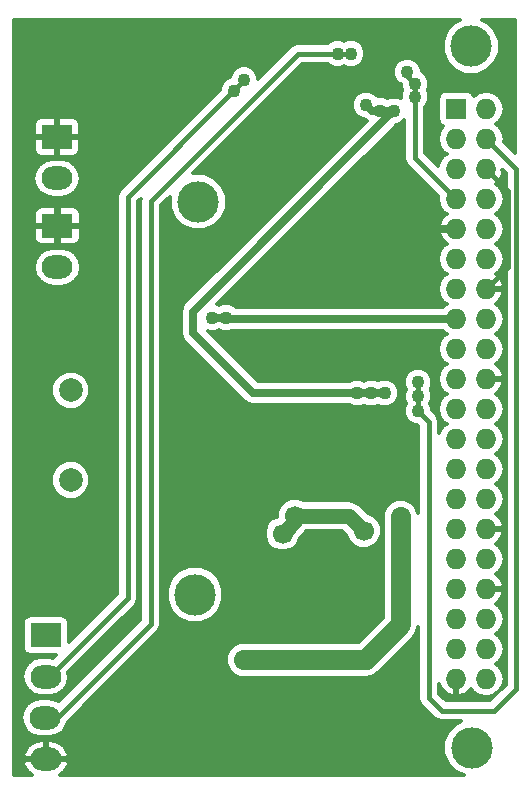
<source format=gbr>
G04 #@! TF.FileFunction,Copper,L2,Bot,Signal*
%FSLAX46Y46*%
G04 Gerber Fmt 4.6, Leading zero omitted, Abs format (unit mm)*
G04 Created by KiCad (PCBNEW 4.0.2-stable) date 7/5/2016 1:27:44 AM*
%MOMM*%
G01*
G04 APERTURE LIST*
%ADD10C,0.100000*%
%ADD11C,3.500000*%
%ADD12R,2.600000X2.000000*%
%ADD13O,2.600000X2.000000*%
%ADD14R,1.727200X1.727200*%
%ADD15O,1.727200X1.727200*%
%ADD16C,2.000000*%
%ADD17C,1.100000*%
%ADD18C,1.700000*%
%ADD19C,0.700000*%
%ADD20C,0.450000*%
%ADD21C,1.700000*%
%ADD22C,1.300000*%
%ADD23C,0.300000*%
G04 APERTURE END LIST*
D10*
D11*
X121671080Y-90545920D03*
X121945400Y-57302400D03*
X145100040Y-103515160D03*
D12*
X109992160Y-51811040D03*
D13*
X109992160Y-55311040D03*
D12*
X110027720Y-59334400D03*
D13*
X110027720Y-62834400D03*
D14*
X143789400Y-49428400D03*
D15*
X146329400Y-49428400D03*
X143789400Y-51968400D03*
X146329400Y-51968400D03*
X143789400Y-54508400D03*
X146329400Y-54508400D03*
X143789400Y-57048400D03*
X146329400Y-57048400D03*
X143789400Y-59588400D03*
X146329400Y-59588400D03*
X143789400Y-62128400D03*
X146329400Y-62128400D03*
X143789400Y-64668400D03*
X146329400Y-64668400D03*
X143789400Y-67208400D03*
X146329400Y-67208400D03*
X143789400Y-69748400D03*
X146329400Y-69748400D03*
X143789400Y-72288400D03*
X146329400Y-72288400D03*
X143789400Y-74828400D03*
X146329400Y-74828400D03*
X143789400Y-77368400D03*
X146329400Y-77368400D03*
X143789400Y-79908400D03*
X146329400Y-79908400D03*
X143789400Y-82448400D03*
X146329400Y-82448400D03*
X143789400Y-84988400D03*
X146329400Y-84988400D03*
X143789400Y-87528400D03*
X146329400Y-87528400D03*
X143789400Y-90068400D03*
X146329400Y-90068400D03*
X143789400Y-92608400D03*
X146329400Y-92608400D03*
X143789400Y-95148400D03*
X146329400Y-95148400D03*
X143789400Y-97688400D03*
X146329400Y-97688400D03*
D12*
X109052200Y-93990280D03*
D13*
X109042200Y-97490280D03*
X108972200Y-100990280D03*
X109052200Y-104490280D03*
D11*
X145054320Y-44119800D03*
D16*
X111160560Y-80848200D03*
X111160560Y-73248520D03*
D17*
X140568680Y-73771760D03*
X135793480Y-59598560D03*
X133304280Y-59623960D03*
X132008880Y-59623960D03*
X134548880Y-59634120D03*
X124973080Y-47889160D03*
X125811280Y-46949360D03*
X133761480Y-44739560D03*
X134879080Y-44739560D03*
D18*
X127614680Y-96098360D03*
X139095480Y-83982560D03*
X139095480Y-85735160D03*
X125811280Y-96072960D03*
D17*
X140568680Y-72552560D03*
X140543280Y-74990960D03*
D18*
X129087880Y-85379560D03*
X130129280Y-83880960D03*
X135971280Y-85150962D03*
D17*
X136174480Y-49108360D03*
X137368280Y-49565560D03*
X135387080Y-73492360D03*
X136580880Y-73492360D03*
X138511280Y-49590956D03*
X137749280Y-73466960D03*
X140289280Y-48422560D03*
X139654280Y-46288960D03*
X140289280Y-47304960D03*
X123144280Y-67091560D03*
X124287280Y-67091560D03*
D19*
X143789400Y-59588400D02*
X132044440Y-59588400D01*
X132044440Y-59588400D02*
X132008880Y-59623960D01*
D20*
X133304280Y-59623960D02*
X132008880Y-59623960D01*
X134548880Y-59634120D02*
X133314440Y-59634120D01*
X133314440Y-59634120D02*
X133304280Y-59623960D01*
X148163280Y-62834520D02*
X148163280Y-56342280D01*
X148163280Y-56342280D02*
X146329400Y-54508400D01*
X146329400Y-64668400D02*
X148163280Y-62834520D01*
X134747000Y-59588400D02*
X134701280Y-59634120D01*
X124973080Y-47787560D02*
X124973080Y-47889160D01*
X124423081Y-48439159D02*
X124973080Y-47889160D01*
X109342200Y-97490280D02*
X115981480Y-90851000D01*
X109042200Y-97490280D02*
X109342200Y-97490280D01*
X115981480Y-56880760D02*
X124423081Y-48439159D01*
X115981480Y-90851000D02*
X115981480Y-56880760D01*
X125811280Y-46949360D02*
X124973080Y-47787560D01*
X108972200Y-100990280D02*
X109971960Y-100990280D01*
X109971960Y-100990280D02*
X117937280Y-93024960D01*
X117937280Y-93024960D02*
X117937280Y-57210960D01*
X117937280Y-57210960D02*
X130408680Y-44739560D01*
X130408680Y-44739560D02*
X134101263Y-44739560D01*
X134101263Y-44739560D02*
X134879080Y-44739560D01*
X134879080Y-44739560D02*
X133761480Y-44739560D01*
D21*
X136225280Y-95996760D02*
X136149080Y-96072960D01*
X136149080Y-96072960D02*
X125811280Y-96072960D01*
X136225280Y-96072960D02*
X136225280Y-95996760D01*
X136225280Y-95996760D02*
X139095480Y-93126560D01*
X139095480Y-83982560D02*
X139095480Y-85735160D01*
X139095480Y-93126560D02*
X139095480Y-85735160D01*
D19*
X138765280Y-93278960D02*
X139273280Y-92770960D01*
X139273280Y-92770960D02*
X139273280Y-85404960D01*
D20*
X146329400Y-51968400D02*
X148863290Y-54502290D01*
X141457680Y-75905360D02*
X140543280Y-74990960D01*
X148863290Y-54502290D02*
X148863290Y-98547950D01*
X147020280Y-100390960D02*
X142549880Y-100390960D01*
X142549880Y-100390960D02*
X141457680Y-99298760D01*
X148863290Y-98547950D02*
X147020280Y-100390960D01*
X141457680Y-99298760D02*
X141457680Y-75905360D01*
X140568680Y-72552560D02*
X140568680Y-74965560D01*
D19*
X140568680Y-74965560D02*
X140543280Y-74990960D01*
D22*
X130129280Y-83880960D02*
X130129280Y-84338160D01*
X130129280Y-84338160D02*
X129087880Y-85379560D01*
X130129280Y-83880960D02*
X134701278Y-83880960D01*
X134701278Y-83880960D02*
X135971280Y-85150962D01*
D19*
X137368280Y-49565560D02*
X136631680Y-49565560D01*
X136631680Y-49565560D02*
X136174480Y-49108360D01*
X138511280Y-49590956D02*
X137393676Y-49590956D01*
X137393676Y-49590956D02*
X137368280Y-49565560D01*
X137961281Y-50140955D02*
X138511280Y-49590956D01*
X121493280Y-66608956D02*
X137961281Y-50140955D01*
X121493280Y-68386960D02*
X121493280Y-66608956D01*
X126573280Y-73466960D02*
X121493280Y-68386960D01*
X137749280Y-73466960D02*
X126573280Y-73466960D01*
D20*
X140289280Y-47304960D02*
X140289280Y-53548280D01*
X140289280Y-53548280D02*
X143789400Y-57048400D01*
X139654280Y-46288960D02*
X139654280Y-46669960D01*
X139654280Y-46669960D02*
X140289280Y-47304960D01*
D19*
X124287280Y-67091560D02*
X123144280Y-67091560D01*
X124378710Y-67208400D02*
X124287275Y-67116965D01*
X143789400Y-67208400D02*
X124378710Y-67208400D01*
D23*
G36*
X143692079Y-42077206D02*
X143014107Y-42753996D01*
X142646738Y-43638718D01*
X142645902Y-44596680D01*
X143011726Y-45482041D01*
X143688516Y-46160013D01*
X144573238Y-46527382D01*
X145531200Y-46528218D01*
X146416561Y-46162394D01*
X147094533Y-45485604D01*
X147461902Y-44600882D01*
X147462738Y-43642920D01*
X147096914Y-42757559D01*
X146420124Y-42079587D01*
X146003044Y-41906400D01*
X148771400Y-41906400D01*
X148771400Y-53161649D01*
X147830595Y-52220845D01*
X147880810Y-51968400D01*
X147764985Y-51386109D01*
X147435144Y-50892466D01*
X147144703Y-50698400D01*
X147435144Y-50504334D01*
X147764985Y-50010691D01*
X147880810Y-49428400D01*
X147764985Y-48846109D01*
X147435144Y-48352466D01*
X146941501Y-48022625D01*
X146359210Y-47906800D01*
X146299590Y-47906800D01*
X145717299Y-48022625D01*
X145275843Y-48317596D01*
X145133899Y-48097008D01*
X144914014Y-47946767D01*
X144653000Y-47893910D01*
X142925800Y-47893910D01*
X142681960Y-47939792D01*
X142458008Y-48083901D01*
X142307767Y-48303786D01*
X142254910Y-48564800D01*
X142254910Y-50292000D01*
X142300792Y-50535840D01*
X142444901Y-50759792D01*
X142664786Y-50910033D01*
X142671068Y-50911305D01*
X142353815Y-51386109D01*
X142237990Y-51968400D01*
X142353815Y-52550691D01*
X142683656Y-53044334D01*
X142974097Y-53238400D01*
X142683656Y-53432466D01*
X142353815Y-53926109D01*
X142281153Y-54291403D01*
X141172280Y-53182530D01*
X141172280Y-49247980D01*
X141312775Y-49107730D01*
X141497070Y-48663900D01*
X141497489Y-48183328D01*
X141365348Y-47863521D01*
X141497070Y-47546300D01*
X141497489Y-47065728D01*
X141313970Y-46621577D01*
X140974450Y-46281465D01*
X140862328Y-46234908D01*
X140862489Y-46049728D01*
X140678970Y-45605577D01*
X140339450Y-45265465D01*
X139895620Y-45081170D01*
X139415048Y-45080751D01*
X138970897Y-45264270D01*
X138630785Y-45603790D01*
X138446490Y-46047620D01*
X138446071Y-46528192D01*
X138629590Y-46972343D01*
X138969110Y-47312455D01*
X139081232Y-47359012D01*
X139081071Y-47544192D01*
X139213212Y-47863999D01*
X139081490Y-48181220D01*
X139081195Y-48519603D01*
X138752620Y-48383166D01*
X138272048Y-48382747D01*
X137970165Y-48507482D01*
X137609620Y-48357770D01*
X137131664Y-48357353D01*
X136859650Y-48084865D01*
X136415820Y-47900570D01*
X135935248Y-47900151D01*
X135491097Y-48083670D01*
X135150985Y-48423190D01*
X134966690Y-48867020D01*
X134966271Y-49347592D01*
X135149790Y-49791743D01*
X135489310Y-50131855D01*
X135933140Y-50316150D01*
X135975582Y-50316187D01*
X136206337Y-50470372D01*
X120780516Y-65896192D01*
X120562009Y-66223211D01*
X120485279Y-66608956D01*
X120485280Y-66608961D01*
X120485280Y-68386955D01*
X120485279Y-68386960D01*
X120562009Y-68772705D01*
X120780516Y-69099724D01*
X125860516Y-74179724D01*
X126187535Y-74398231D01*
X126573280Y-74474961D01*
X126573285Y-74474960D01*
X134661086Y-74474960D01*
X134701910Y-74515855D01*
X135145740Y-74700150D01*
X135626312Y-74700569D01*
X135984313Y-74552646D01*
X136339540Y-74700150D01*
X136820112Y-74700569D01*
X137196042Y-74545238D01*
X137507940Y-74674750D01*
X137988512Y-74675169D01*
X138432663Y-74491650D01*
X138772775Y-74152130D01*
X138957070Y-73708300D01*
X138957489Y-73227728D01*
X138773970Y-72783577D01*
X138434450Y-72443465D01*
X137990620Y-72259170D01*
X137510048Y-72258751D01*
X137134118Y-72414082D01*
X136822220Y-72284570D01*
X136341648Y-72284151D01*
X135983647Y-72432074D01*
X135628420Y-72284570D01*
X135147848Y-72284151D01*
X134724777Y-72458960D01*
X126990808Y-72458960D01*
X122780254Y-68248406D01*
X122902940Y-68299350D01*
X123383512Y-68299769D01*
X123716050Y-68162367D01*
X124045940Y-68299350D01*
X124526512Y-68299769D01*
X124728281Y-68216400D01*
X142638264Y-68216400D01*
X142683656Y-68284334D01*
X142974097Y-68478400D01*
X142683656Y-68672466D01*
X142353815Y-69166109D01*
X142237990Y-69748400D01*
X142353815Y-70330691D01*
X142683656Y-70824334D01*
X142974097Y-71018400D01*
X142683656Y-71212466D01*
X142353815Y-71706109D01*
X142237990Y-72288400D01*
X142353815Y-72870691D01*
X142683656Y-73364334D01*
X142974097Y-73558400D01*
X142683656Y-73752466D01*
X142353815Y-74246109D01*
X142237990Y-74828400D01*
X142353815Y-75410691D01*
X142683656Y-75904334D01*
X142974097Y-76098400D01*
X142683656Y-76292466D01*
X142353815Y-76786109D01*
X142340680Y-76852143D01*
X142340680Y-75905360D01*
X142282991Y-75615335D01*
X142273466Y-75567450D01*
X142082055Y-75280985D01*
X141751316Y-74950246D01*
X141751489Y-74751728D01*
X141610974Y-74411656D01*
X141776470Y-74013100D01*
X141776889Y-73532528D01*
X141623706Y-73161796D01*
X141776470Y-72793900D01*
X141776889Y-72313328D01*
X141593370Y-71869177D01*
X141253850Y-71529065D01*
X140810020Y-71344770D01*
X140329448Y-71344351D01*
X139885297Y-71527870D01*
X139545185Y-71867390D01*
X139360890Y-72311220D01*
X139360471Y-72791792D01*
X139513654Y-73162524D01*
X139360890Y-73530420D01*
X139360471Y-74010992D01*
X139500986Y-74351064D01*
X139335490Y-74749620D01*
X139335071Y-75230192D01*
X139518590Y-75674343D01*
X139858110Y-76014455D01*
X140301940Y-76198750D01*
X140502495Y-76198925D01*
X140574680Y-76271110D01*
X140574680Y-83613583D01*
X140374645Y-83129463D01*
X139950808Y-82704886D01*
X139396756Y-82474823D01*
X138796836Y-82474299D01*
X138242383Y-82703395D01*
X137817806Y-83127232D01*
X137587743Y-83681284D01*
X137587219Y-84281204D01*
X137587480Y-84281836D01*
X137587480Y-85734989D01*
X137587219Y-86033804D01*
X137587480Y-86034436D01*
X137587480Y-92501926D01*
X135524446Y-94564960D01*
X125811451Y-94564960D01*
X125512636Y-94564699D01*
X124958183Y-94793795D01*
X124533606Y-95217632D01*
X124303543Y-95771684D01*
X124303019Y-96371604D01*
X124532115Y-96926057D01*
X124955952Y-97350634D01*
X125510004Y-97580697D01*
X126109924Y-97581221D01*
X126110556Y-97580960D01*
X127252868Y-97580960D01*
X127313404Y-97606097D01*
X127913324Y-97606621D01*
X127975428Y-97580960D01*
X136149080Y-97580960D01*
X136187180Y-97573381D01*
X136225280Y-97580960D01*
X136802367Y-97466170D01*
X137291597Y-97139277D01*
X137445039Y-96909635D01*
X140161797Y-94192877D01*
X140488691Y-93703646D01*
X140574680Y-93271348D01*
X140574680Y-99298760D01*
X140641894Y-99636670D01*
X140833305Y-99923135D01*
X141925505Y-101015335D01*
X142211970Y-101206746D01*
X142549880Y-101273960D01*
X144218462Y-101273960D01*
X143737799Y-101472566D01*
X143059827Y-102149356D01*
X142692458Y-103034078D01*
X142691622Y-103992040D01*
X143057446Y-104877401D01*
X143734236Y-105555373D01*
X144432698Y-105845400D01*
X110262189Y-105845400D01*
X110598122Y-105589124D01*
X110923791Y-105028686D01*
X110970293Y-104851857D01*
X110842075Y-104594280D01*
X109156200Y-104594280D01*
X109156200Y-104614280D01*
X108948200Y-104614280D01*
X108948200Y-104594280D01*
X107262325Y-104594280D01*
X107134107Y-104851857D01*
X107180609Y-105028686D01*
X107506278Y-105589124D01*
X107842211Y-105845400D01*
X106386840Y-105845400D01*
X106386840Y-104128703D01*
X107134107Y-104128703D01*
X107262325Y-104386280D01*
X108948200Y-104386280D01*
X108948200Y-102832280D01*
X109156200Y-102832280D01*
X109156200Y-104386280D01*
X110842075Y-104386280D01*
X110970293Y-104128703D01*
X110923791Y-103951874D01*
X110598122Y-103391436D01*
X110082773Y-102998287D01*
X109456200Y-102832280D01*
X109156200Y-102832280D01*
X108948200Y-102832280D01*
X108648200Y-102832280D01*
X108021627Y-102998287D01*
X107506278Y-103391436D01*
X107180609Y-103951874D01*
X107134107Y-104128703D01*
X106386840Y-104128703D01*
X106386840Y-100990280D01*
X106975841Y-100990280D01*
X107102049Y-101624769D01*
X107461458Y-102162663D01*
X107999352Y-102522072D01*
X108633841Y-102648280D01*
X109310559Y-102648280D01*
X109945048Y-102522072D01*
X110482942Y-102162663D01*
X110842351Y-101624769D01*
X110905949Y-101305041D01*
X118561656Y-93649335D01*
X118753066Y-93362870D01*
X118820280Y-93024960D01*
X118820280Y-91022800D01*
X119262662Y-91022800D01*
X119628486Y-91908161D01*
X120305276Y-92586133D01*
X121189998Y-92953502D01*
X122147960Y-92954338D01*
X123033321Y-92588514D01*
X123711293Y-91911724D01*
X124078662Y-91027002D01*
X124079498Y-90069040D01*
X123713674Y-89183679D01*
X123036884Y-88505707D01*
X122152162Y-88138338D01*
X121194200Y-88137502D01*
X120308839Y-88503326D01*
X119630867Y-89180116D01*
X119263498Y-90064838D01*
X119262662Y-91022800D01*
X118820280Y-91022800D01*
X118820280Y-85678204D01*
X127579619Y-85678204D01*
X127808715Y-86232657D01*
X128232552Y-86657234D01*
X128786604Y-86887297D01*
X129386524Y-86887821D01*
X129940977Y-86658725D01*
X130365554Y-86234888D01*
X130566660Y-85750572D01*
X131054176Y-85263056D01*
X131103685Y-85188960D01*
X134159486Y-85188960D01*
X134493217Y-85522691D01*
X134692115Y-86004059D01*
X135115952Y-86428636D01*
X135670004Y-86658699D01*
X136269924Y-86659223D01*
X136824377Y-86430127D01*
X137248954Y-86006290D01*
X137479017Y-85452238D01*
X137479541Y-84852318D01*
X137250445Y-84297865D01*
X136826608Y-83873288D01*
X136342292Y-83672182D01*
X135626174Y-82956064D01*
X135201828Y-82672526D01*
X134701278Y-82572960D01*
X130911575Y-82572960D01*
X130430556Y-82373223D01*
X129830636Y-82372699D01*
X129276183Y-82601795D01*
X128851606Y-83025632D01*
X128621543Y-83579684D01*
X128621228Y-83940719D01*
X128234783Y-84100395D01*
X127810206Y-84524232D01*
X127580143Y-85078284D01*
X127579619Y-85678204D01*
X118820280Y-85678204D01*
X118820280Y-57576710D01*
X119537785Y-56859205D01*
X119536982Y-57779280D01*
X119902806Y-58664641D01*
X120579596Y-59342613D01*
X121464318Y-59709982D01*
X122422280Y-59710818D01*
X123307641Y-59344994D01*
X123985613Y-58668204D01*
X124352982Y-57783482D01*
X124353818Y-56825520D01*
X123987994Y-55940159D01*
X123311204Y-55262187D01*
X122426482Y-54894818D01*
X121502978Y-54894012D01*
X130774430Y-45622560D01*
X132936060Y-45622560D01*
X133076310Y-45763055D01*
X133520140Y-45947350D01*
X134000712Y-45947769D01*
X134320519Y-45815628D01*
X134637740Y-45947350D01*
X135118312Y-45947769D01*
X135562463Y-45764250D01*
X135902575Y-45424730D01*
X136086870Y-44980900D01*
X136087289Y-44500328D01*
X135903770Y-44056177D01*
X135564250Y-43716065D01*
X135120420Y-43531770D01*
X134639848Y-43531351D01*
X134320041Y-43663492D01*
X134002820Y-43531770D01*
X133522248Y-43531351D01*
X133078097Y-43714870D01*
X132936160Y-43856560D01*
X130408680Y-43856560D01*
X130070770Y-43923774D01*
X129784305Y-44115185D01*
X127019341Y-46880149D01*
X127019489Y-46710128D01*
X126835970Y-46265977D01*
X126496450Y-45925865D01*
X126052620Y-45741570D01*
X125572048Y-45741151D01*
X125127897Y-45924670D01*
X124787785Y-46264190D01*
X124603490Y-46708020D01*
X124603467Y-46734823D01*
X124289697Y-46864470D01*
X123949585Y-47203990D01*
X123765290Y-47647820D01*
X123765115Y-47848374D01*
X115357105Y-56256385D01*
X115165694Y-56542850D01*
X115165694Y-56542851D01*
X115098480Y-56880760D01*
X115098480Y-90485250D01*
X111023090Y-94560640D01*
X111023090Y-92990280D01*
X110977208Y-92746440D01*
X110833099Y-92522488D01*
X110613214Y-92372247D01*
X110352200Y-92319390D01*
X107752200Y-92319390D01*
X107508360Y-92365272D01*
X107284408Y-92509381D01*
X107134167Y-92729266D01*
X107081310Y-92990280D01*
X107081310Y-94990280D01*
X107127192Y-95234120D01*
X107271301Y-95458072D01*
X107491186Y-95608313D01*
X107752200Y-95661170D01*
X109922560Y-95661170D01*
X109689915Y-95893815D01*
X109380559Y-95832280D01*
X108703841Y-95832280D01*
X108069352Y-95958488D01*
X107531458Y-96317897D01*
X107172049Y-96855791D01*
X107045841Y-97490280D01*
X107172049Y-98124769D01*
X107531458Y-98662663D01*
X108069352Y-99022072D01*
X108703841Y-99148280D01*
X109380559Y-99148280D01*
X110015048Y-99022072D01*
X110552942Y-98662663D01*
X110912351Y-98124769D01*
X111038559Y-97490280D01*
X110964296Y-97116934D01*
X116605855Y-91475375D01*
X116797266Y-91188910D01*
X116864480Y-90851000D01*
X116864480Y-57246510D01*
X117092581Y-57018410D01*
X117054280Y-57210960D01*
X117054280Y-92659209D01*
X110130852Y-99582638D01*
X109945048Y-99458488D01*
X109310559Y-99332280D01*
X108633841Y-99332280D01*
X107999352Y-99458488D01*
X107461458Y-99817897D01*
X107102049Y-100355791D01*
X106975841Y-100990280D01*
X106386840Y-100990280D01*
X106386840Y-81176550D01*
X109502273Y-81176550D01*
X109754157Y-81786155D01*
X110220152Y-82252964D01*
X110829317Y-82505911D01*
X111488910Y-82506487D01*
X112098515Y-82254603D01*
X112565324Y-81788608D01*
X112818271Y-81179443D01*
X112818847Y-80519850D01*
X112566963Y-79910245D01*
X112100968Y-79443436D01*
X111491803Y-79190489D01*
X110832210Y-79189913D01*
X110222605Y-79441797D01*
X109755796Y-79907792D01*
X109502849Y-80516957D01*
X109502273Y-81176550D01*
X106386840Y-81176550D01*
X106386840Y-73576870D01*
X109502273Y-73576870D01*
X109754157Y-74186475D01*
X110220152Y-74653284D01*
X110829317Y-74906231D01*
X111488910Y-74906807D01*
X112098515Y-74654923D01*
X112565324Y-74188928D01*
X112818271Y-73579763D01*
X112818847Y-72920170D01*
X112566963Y-72310565D01*
X112100968Y-71843756D01*
X111491803Y-71590809D01*
X110832210Y-71590233D01*
X110222605Y-71842117D01*
X109755796Y-72308112D01*
X109502849Y-72917277D01*
X109502273Y-73576870D01*
X106386840Y-73576870D01*
X106386840Y-62834400D01*
X108031361Y-62834400D01*
X108157569Y-63468889D01*
X108516978Y-64006783D01*
X109054872Y-64366192D01*
X109689361Y-64492400D01*
X110366079Y-64492400D01*
X111000568Y-64366192D01*
X111538462Y-64006783D01*
X111897871Y-63468889D01*
X112024079Y-62834400D01*
X111897871Y-62199911D01*
X111538462Y-61662017D01*
X111000568Y-61302608D01*
X110366079Y-61176400D01*
X109689361Y-61176400D01*
X109054872Y-61302608D01*
X108516978Y-61662017D01*
X108157569Y-62199911D01*
X108031361Y-62834400D01*
X106386840Y-62834400D01*
X106386840Y-59602900D01*
X108069720Y-59602900D01*
X108069720Y-60465284D01*
X108169894Y-60707127D01*
X108354993Y-60892225D01*
X108596835Y-60992400D01*
X109759220Y-60992400D01*
X109923720Y-60827900D01*
X109923720Y-59438400D01*
X110131720Y-59438400D01*
X110131720Y-60827900D01*
X110296220Y-60992400D01*
X111458605Y-60992400D01*
X111700447Y-60892225D01*
X111885546Y-60707127D01*
X111985720Y-60465284D01*
X111985720Y-59602900D01*
X111821220Y-59438400D01*
X110131720Y-59438400D01*
X109923720Y-59438400D01*
X108234220Y-59438400D01*
X108069720Y-59602900D01*
X106386840Y-59602900D01*
X106386840Y-58203516D01*
X108069720Y-58203516D01*
X108069720Y-59065900D01*
X108234220Y-59230400D01*
X109923720Y-59230400D01*
X109923720Y-57840900D01*
X110131720Y-57840900D01*
X110131720Y-59230400D01*
X111821220Y-59230400D01*
X111985720Y-59065900D01*
X111985720Y-58203516D01*
X111885546Y-57961673D01*
X111700447Y-57776575D01*
X111458605Y-57676400D01*
X110296220Y-57676400D01*
X110131720Y-57840900D01*
X109923720Y-57840900D01*
X109759220Y-57676400D01*
X108596835Y-57676400D01*
X108354993Y-57776575D01*
X108169894Y-57961673D01*
X108069720Y-58203516D01*
X106386840Y-58203516D01*
X106386840Y-55311040D01*
X107995801Y-55311040D01*
X108122009Y-55945529D01*
X108481418Y-56483423D01*
X109019312Y-56842832D01*
X109653801Y-56969040D01*
X110330519Y-56969040D01*
X110965008Y-56842832D01*
X111502902Y-56483423D01*
X111862311Y-55945529D01*
X111988519Y-55311040D01*
X111862311Y-54676551D01*
X111502902Y-54138657D01*
X110965008Y-53779248D01*
X110330519Y-53653040D01*
X109653801Y-53653040D01*
X109019312Y-53779248D01*
X108481418Y-54138657D01*
X108122009Y-54676551D01*
X107995801Y-55311040D01*
X106386840Y-55311040D01*
X106386840Y-52079540D01*
X108034160Y-52079540D01*
X108034160Y-52941924D01*
X108134334Y-53183767D01*
X108319433Y-53368865D01*
X108561275Y-53469040D01*
X109723660Y-53469040D01*
X109888160Y-53304540D01*
X109888160Y-51915040D01*
X110096160Y-51915040D01*
X110096160Y-53304540D01*
X110260660Y-53469040D01*
X111423045Y-53469040D01*
X111664887Y-53368865D01*
X111849986Y-53183767D01*
X111950160Y-52941924D01*
X111950160Y-52079540D01*
X111785660Y-51915040D01*
X110096160Y-51915040D01*
X109888160Y-51915040D01*
X108198660Y-51915040D01*
X108034160Y-52079540D01*
X106386840Y-52079540D01*
X106386840Y-50680156D01*
X108034160Y-50680156D01*
X108034160Y-51542540D01*
X108198660Y-51707040D01*
X109888160Y-51707040D01*
X109888160Y-50317540D01*
X110096160Y-50317540D01*
X110096160Y-51707040D01*
X111785660Y-51707040D01*
X111950160Y-51542540D01*
X111950160Y-50680156D01*
X111849986Y-50438313D01*
X111664887Y-50253215D01*
X111423045Y-50153040D01*
X110260660Y-50153040D01*
X110096160Y-50317540D01*
X109888160Y-50317540D01*
X109723660Y-50153040D01*
X108561275Y-50153040D01*
X108319433Y-50253215D01*
X108134334Y-50438313D01*
X108034160Y-50680156D01*
X106386840Y-50680156D01*
X106386840Y-41906400D01*
X144105461Y-41906400D01*
X143692079Y-42077206D01*
X143692079Y-42077206D01*
G37*
X143692079Y-42077206D02*
X143014107Y-42753996D01*
X142646738Y-43638718D01*
X142645902Y-44596680D01*
X143011726Y-45482041D01*
X143688516Y-46160013D01*
X144573238Y-46527382D01*
X145531200Y-46528218D01*
X146416561Y-46162394D01*
X147094533Y-45485604D01*
X147461902Y-44600882D01*
X147462738Y-43642920D01*
X147096914Y-42757559D01*
X146420124Y-42079587D01*
X146003044Y-41906400D01*
X148771400Y-41906400D01*
X148771400Y-53161649D01*
X147830595Y-52220845D01*
X147880810Y-51968400D01*
X147764985Y-51386109D01*
X147435144Y-50892466D01*
X147144703Y-50698400D01*
X147435144Y-50504334D01*
X147764985Y-50010691D01*
X147880810Y-49428400D01*
X147764985Y-48846109D01*
X147435144Y-48352466D01*
X146941501Y-48022625D01*
X146359210Y-47906800D01*
X146299590Y-47906800D01*
X145717299Y-48022625D01*
X145275843Y-48317596D01*
X145133899Y-48097008D01*
X144914014Y-47946767D01*
X144653000Y-47893910D01*
X142925800Y-47893910D01*
X142681960Y-47939792D01*
X142458008Y-48083901D01*
X142307767Y-48303786D01*
X142254910Y-48564800D01*
X142254910Y-50292000D01*
X142300792Y-50535840D01*
X142444901Y-50759792D01*
X142664786Y-50910033D01*
X142671068Y-50911305D01*
X142353815Y-51386109D01*
X142237990Y-51968400D01*
X142353815Y-52550691D01*
X142683656Y-53044334D01*
X142974097Y-53238400D01*
X142683656Y-53432466D01*
X142353815Y-53926109D01*
X142281153Y-54291403D01*
X141172280Y-53182530D01*
X141172280Y-49247980D01*
X141312775Y-49107730D01*
X141497070Y-48663900D01*
X141497489Y-48183328D01*
X141365348Y-47863521D01*
X141497070Y-47546300D01*
X141497489Y-47065728D01*
X141313970Y-46621577D01*
X140974450Y-46281465D01*
X140862328Y-46234908D01*
X140862489Y-46049728D01*
X140678970Y-45605577D01*
X140339450Y-45265465D01*
X139895620Y-45081170D01*
X139415048Y-45080751D01*
X138970897Y-45264270D01*
X138630785Y-45603790D01*
X138446490Y-46047620D01*
X138446071Y-46528192D01*
X138629590Y-46972343D01*
X138969110Y-47312455D01*
X139081232Y-47359012D01*
X139081071Y-47544192D01*
X139213212Y-47863999D01*
X139081490Y-48181220D01*
X139081195Y-48519603D01*
X138752620Y-48383166D01*
X138272048Y-48382747D01*
X137970165Y-48507482D01*
X137609620Y-48357770D01*
X137131664Y-48357353D01*
X136859650Y-48084865D01*
X136415820Y-47900570D01*
X135935248Y-47900151D01*
X135491097Y-48083670D01*
X135150985Y-48423190D01*
X134966690Y-48867020D01*
X134966271Y-49347592D01*
X135149790Y-49791743D01*
X135489310Y-50131855D01*
X135933140Y-50316150D01*
X135975582Y-50316187D01*
X136206337Y-50470372D01*
X120780516Y-65896192D01*
X120562009Y-66223211D01*
X120485279Y-66608956D01*
X120485280Y-66608961D01*
X120485280Y-68386955D01*
X120485279Y-68386960D01*
X120562009Y-68772705D01*
X120780516Y-69099724D01*
X125860516Y-74179724D01*
X126187535Y-74398231D01*
X126573280Y-74474961D01*
X126573285Y-74474960D01*
X134661086Y-74474960D01*
X134701910Y-74515855D01*
X135145740Y-74700150D01*
X135626312Y-74700569D01*
X135984313Y-74552646D01*
X136339540Y-74700150D01*
X136820112Y-74700569D01*
X137196042Y-74545238D01*
X137507940Y-74674750D01*
X137988512Y-74675169D01*
X138432663Y-74491650D01*
X138772775Y-74152130D01*
X138957070Y-73708300D01*
X138957489Y-73227728D01*
X138773970Y-72783577D01*
X138434450Y-72443465D01*
X137990620Y-72259170D01*
X137510048Y-72258751D01*
X137134118Y-72414082D01*
X136822220Y-72284570D01*
X136341648Y-72284151D01*
X135983647Y-72432074D01*
X135628420Y-72284570D01*
X135147848Y-72284151D01*
X134724777Y-72458960D01*
X126990808Y-72458960D01*
X122780254Y-68248406D01*
X122902940Y-68299350D01*
X123383512Y-68299769D01*
X123716050Y-68162367D01*
X124045940Y-68299350D01*
X124526512Y-68299769D01*
X124728281Y-68216400D01*
X142638264Y-68216400D01*
X142683656Y-68284334D01*
X142974097Y-68478400D01*
X142683656Y-68672466D01*
X142353815Y-69166109D01*
X142237990Y-69748400D01*
X142353815Y-70330691D01*
X142683656Y-70824334D01*
X142974097Y-71018400D01*
X142683656Y-71212466D01*
X142353815Y-71706109D01*
X142237990Y-72288400D01*
X142353815Y-72870691D01*
X142683656Y-73364334D01*
X142974097Y-73558400D01*
X142683656Y-73752466D01*
X142353815Y-74246109D01*
X142237990Y-74828400D01*
X142353815Y-75410691D01*
X142683656Y-75904334D01*
X142974097Y-76098400D01*
X142683656Y-76292466D01*
X142353815Y-76786109D01*
X142340680Y-76852143D01*
X142340680Y-75905360D01*
X142282991Y-75615335D01*
X142273466Y-75567450D01*
X142082055Y-75280985D01*
X141751316Y-74950246D01*
X141751489Y-74751728D01*
X141610974Y-74411656D01*
X141776470Y-74013100D01*
X141776889Y-73532528D01*
X141623706Y-73161796D01*
X141776470Y-72793900D01*
X141776889Y-72313328D01*
X141593370Y-71869177D01*
X141253850Y-71529065D01*
X140810020Y-71344770D01*
X140329448Y-71344351D01*
X139885297Y-71527870D01*
X139545185Y-71867390D01*
X139360890Y-72311220D01*
X139360471Y-72791792D01*
X139513654Y-73162524D01*
X139360890Y-73530420D01*
X139360471Y-74010992D01*
X139500986Y-74351064D01*
X139335490Y-74749620D01*
X139335071Y-75230192D01*
X139518590Y-75674343D01*
X139858110Y-76014455D01*
X140301940Y-76198750D01*
X140502495Y-76198925D01*
X140574680Y-76271110D01*
X140574680Y-83613583D01*
X140374645Y-83129463D01*
X139950808Y-82704886D01*
X139396756Y-82474823D01*
X138796836Y-82474299D01*
X138242383Y-82703395D01*
X137817806Y-83127232D01*
X137587743Y-83681284D01*
X137587219Y-84281204D01*
X137587480Y-84281836D01*
X137587480Y-85734989D01*
X137587219Y-86033804D01*
X137587480Y-86034436D01*
X137587480Y-92501926D01*
X135524446Y-94564960D01*
X125811451Y-94564960D01*
X125512636Y-94564699D01*
X124958183Y-94793795D01*
X124533606Y-95217632D01*
X124303543Y-95771684D01*
X124303019Y-96371604D01*
X124532115Y-96926057D01*
X124955952Y-97350634D01*
X125510004Y-97580697D01*
X126109924Y-97581221D01*
X126110556Y-97580960D01*
X127252868Y-97580960D01*
X127313404Y-97606097D01*
X127913324Y-97606621D01*
X127975428Y-97580960D01*
X136149080Y-97580960D01*
X136187180Y-97573381D01*
X136225280Y-97580960D01*
X136802367Y-97466170D01*
X137291597Y-97139277D01*
X137445039Y-96909635D01*
X140161797Y-94192877D01*
X140488691Y-93703646D01*
X140574680Y-93271348D01*
X140574680Y-99298760D01*
X140641894Y-99636670D01*
X140833305Y-99923135D01*
X141925505Y-101015335D01*
X142211970Y-101206746D01*
X142549880Y-101273960D01*
X144218462Y-101273960D01*
X143737799Y-101472566D01*
X143059827Y-102149356D01*
X142692458Y-103034078D01*
X142691622Y-103992040D01*
X143057446Y-104877401D01*
X143734236Y-105555373D01*
X144432698Y-105845400D01*
X110262189Y-105845400D01*
X110598122Y-105589124D01*
X110923791Y-105028686D01*
X110970293Y-104851857D01*
X110842075Y-104594280D01*
X109156200Y-104594280D01*
X109156200Y-104614280D01*
X108948200Y-104614280D01*
X108948200Y-104594280D01*
X107262325Y-104594280D01*
X107134107Y-104851857D01*
X107180609Y-105028686D01*
X107506278Y-105589124D01*
X107842211Y-105845400D01*
X106386840Y-105845400D01*
X106386840Y-104128703D01*
X107134107Y-104128703D01*
X107262325Y-104386280D01*
X108948200Y-104386280D01*
X108948200Y-102832280D01*
X109156200Y-102832280D01*
X109156200Y-104386280D01*
X110842075Y-104386280D01*
X110970293Y-104128703D01*
X110923791Y-103951874D01*
X110598122Y-103391436D01*
X110082773Y-102998287D01*
X109456200Y-102832280D01*
X109156200Y-102832280D01*
X108948200Y-102832280D01*
X108648200Y-102832280D01*
X108021627Y-102998287D01*
X107506278Y-103391436D01*
X107180609Y-103951874D01*
X107134107Y-104128703D01*
X106386840Y-104128703D01*
X106386840Y-100990280D01*
X106975841Y-100990280D01*
X107102049Y-101624769D01*
X107461458Y-102162663D01*
X107999352Y-102522072D01*
X108633841Y-102648280D01*
X109310559Y-102648280D01*
X109945048Y-102522072D01*
X110482942Y-102162663D01*
X110842351Y-101624769D01*
X110905949Y-101305041D01*
X118561656Y-93649335D01*
X118753066Y-93362870D01*
X118820280Y-93024960D01*
X118820280Y-91022800D01*
X119262662Y-91022800D01*
X119628486Y-91908161D01*
X120305276Y-92586133D01*
X121189998Y-92953502D01*
X122147960Y-92954338D01*
X123033321Y-92588514D01*
X123711293Y-91911724D01*
X124078662Y-91027002D01*
X124079498Y-90069040D01*
X123713674Y-89183679D01*
X123036884Y-88505707D01*
X122152162Y-88138338D01*
X121194200Y-88137502D01*
X120308839Y-88503326D01*
X119630867Y-89180116D01*
X119263498Y-90064838D01*
X119262662Y-91022800D01*
X118820280Y-91022800D01*
X118820280Y-85678204D01*
X127579619Y-85678204D01*
X127808715Y-86232657D01*
X128232552Y-86657234D01*
X128786604Y-86887297D01*
X129386524Y-86887821D01*
X129940977Y-86658725D01*
X130365554Y-86234888D01*
X130566660Y-85750572D01*
X131054176Y-85263056D01*
X131103685Y-85188960D01*
X134159486Y-85188960D01*
X134493217Y-85522691D01*
X134692115Y-86004059D01*
X135115952Y-86428636D01*
X135670004Y-86658699D01*
X136269924Y-86659223D01*
X136824377Y-86430127D01*
X137248954Y-86006290D01*
X137479017Y-85452238D01*
X137479541Y-84852318D01*
X137250445Y-84297865D01*
X136826608Y-83873288D01*
X136342292Y-83672182D01*
X135626174Y-82956064D01*
X135201828Y-82672526D01*
X134701278Y-82572960D01*
X130911575Y-82572960D01*
X130430556Y-82373223D01*
X129830636Y-82372699D01*
X129276183Y-82601795D01*
X128851606Y-83025632D01*
X128621543Y-83579684D01*
X128621228Y-83940719D01*
X128234783Y-84100395D01*
X127810206Y-84524232D01*
X127580143Y-85078284D01*
X127579619Y-85678204D01*
X118820280Y-85678204D01*
X118820280Y-57576710D01*
X119537785Y-56859205D01*
X119536982Y-57779280D01*
X119902806Y-58664641D01*
X120579596Y-59342613D01*
X121464318Y-59709982D01*
X122422280Y-59710818D01*
X123307641Y-59344994D01*
X123985613Y-58668204D01*
X124352982Y-57783482D01*
X124353818Y-56825520D01*
X123987994Y-55940159D01*
X123311204Y-55262187D01*
X122426482Y-54894818D01*
X121502978Y-54894012D01*
X130774430Y-45622560D01*
X132936060Y-45622560D01*
X133076310Y-45763055D01*
X133520140Y-45947350D01*
X134000712Y-45947769D01*
X134320519Y-45815628D01*
X134637740Y-45947350D01*
X135118312Y-45947769D01*
X135562463Y-45764250D01*
X135902575Y-45424730D01*
X136086870Y-44980900D01*
X136087289Y-44500328D01*
X135903770Y-44056177D01*
X135564250Y-43716065D01*
X135120420Y-43531770D01*
X134639848Y-43531351D01*
X134320041Y-43663492D01*
X134002820Y-43531770D01*
X133522248Y-43531351D01*
X133078097Y-43714870D01*
X132936160Y-43856560D01*
X130408680Y-43856560D01*
X130070770Y-43923774D01*
X129784305Y-44115185D01*
X127019341Y-46880149D01*
X127019489Y-46710128D01*
X126835970Y-46265977D01*
X126496450Y-45925865D01*
X126052620Y-45741570D01*
X125572048Y-45741151D01*
X125127897Y-45924670D01*
X124787785Y-46264190D01*
X124603490Y-46708020D01*
X124603467Y-46734823D01*
X124289697Y-46864470D01*
X123949585Y-47203990D01*
X123765290Y-47647820D01*
X123765115Y-47848374D01*
X115357105Y-56256385D01*
X115165694Y-56542850D01*
X115165694Y-56542851D01*
X115098480Y-56880760D01*
X115098480Y-90485250D01*
X111023090Y-94560640D01*
X111023090Y-92990280D01*
X110977208Y-92746440D01*
X110833099Y-92522488D01*
X110613214Y-92372247D01*
X110352200Y-92319390D01*
X107752200Y-92319390D01*
X107508360Y-92365272D01*
X107284408Y-92509381D01*
X107134167Y-92729266D01*
X107081310Y-92990280D01*
X107081310Y-94990280D01*
X107127192Y-95234120D01*
X107271301Y-95458072D01*
X107491186Y-95608313D01*
X107752200Y-95661170D01*
X109922560Y-95661170D01*
X109689915Y-95893815D01*
X109380559Y-95832280D01*
X108703841Y-95832280D01*
X108069352Y-95958488D01*
X107531458Y-96317897D01*
X107172049Y-96855791D01*
X107045841Y-97490280D01*
X107172049Y-98124769D01*
X107531458Y-98662663D01*
X108069352Y-99022072D01*
X108703841Y-99148280D01*
X109380559Y-99148280D01*
X110015048Y-99022072D01*
X110552942Y-98662663D01*
X110912351Y-98124769D01*
X111038559Y-97490280D01*
X110964296Y-97116934D01*
X116605855Y-91475375D01*
X116797266Y-91188910D01*
X116864480Y-90851000D01*
X116864480Y-57246510D01*
X117092581Y-57018410D01*
X117054280Y-57210960D01*
X117054280Y-92659209D01*
X110130852Y-99582638D01*
X109945048Y-99458488D01*
X109310559Y-99332280D01*
X108633841Y-99332280D01*
X107999352Y-99458488D01*
X107461458Y-99817897D01*
X107102049Y-100355791D01*
X106975841Y-100990280D01*
X106386840Y-100990280D01*
X106386840Y-81176550D01*
X109502273Y-81176550D01*
X109754157Y-81786155D01*
X110220152Y-82252964D01*
X110829317Y-82505911D01*
X111488910Y-82506487D01*
X112098515Y-82254603D01*
X112565324Y-81788608D01*
X112818271Y-81179443D01*
X112818847Y-80519850D01*
X112566963Y-79910245D01*
X112100968Y-79443436D01*
X111491803Y-79190489D01*
X110832210Y-79189913D01*
X110222605Y-79441797D01*
X109755796Y-79907792D01*
X109502849Y-80516957D01*
X109502273Y-81176550D01*
X106386840Y-81176550D01*
X106386840Y-73576870D01*
X109502273Y-73576870D01*
X109754157Y-74186475D01*
X110220152Y-74653284D01*
X110829317Y-74906231D01*
X111488910Y-74906807D01*
X112098515Y-74654923D01*
X112565324Y-74188928D01*
X112818271Y-73579763D01*
X112818847Y-72920170D01*
X112566963Y-72310565D01*
X112100968Y-71843756D01*
X111491803Y-71590809D01*
X110832210Y-71590233D01*
X110222605Y-71842117D01*
X109755796Y-72308112D01*
X109502849Y-72917277D01*
X109502273Y-73576870D01*
X106386840Y-73576870D01*
X106386840Y-62834400D01*
X108031361Y-62834400D01*
X108157569Y-63468889D01*
X108516978Y-64006783D01*
X109054872Y-64366192D01*
X109689361Y-64492400D01*
X110366079Y-64492400D01*
X111000568Y-64366192D01*
X111538462Y-64006783D01*
X111897871Y-63468889D01*
X112024079Y-62834400D01*
X111897871Y-62199911D01*
X111538462Y-61662017D01*
X111000568Y-61302608D01*
X110366079Y-61176400D01*
X109689361Y-61176400D01*
X109054872Y-61302608D01*
X108516978Y-61662017D01*
X108157569Y-62199911D01*
X108031361Y-62834400D01*
X106386840Y-62834400D01*
X106386840Y-59602900D01*
X108069720Y-59602900D01*
X108069720Y-60465284D01*
X108169894Y-60707127D01*
X108354993Y-60892225D01*
X108596835Y-60992400D01*
X109759220Y-60992400D01*
X109923720Y-60827900D01*
X109923720Y-59438400D01*
X110131720Y-59438400D01*
X110131720Y-60827900D01*
X110296220Y-60992400D01*
X111458605Y-60992400D01*
X111700447Y-60892225D01*
X111885546Y-60707127D01*
X111985720Y-60465284D01*
X111985720Y-59602900D01*
X111821220Y-59438400D01*
X110131720Y-59438400D01*
X109923720Y-59438400D01*
X108234220Y-59438400D01*
X108069720Y-59602900D01*
X106386840Y-59602900D01*
X106386840Y-58203516D01*
X108069720Y-58203516D01*
X108069720Y-59065900D01*
X108234220Y-59230400D01*
X109923720Y-59230400D01*
X109923720Y-57840900D01*
X110131720Y-57840900D01*
X110131720Y-59230400D01*
X111821220Y-59230400D01*
X111985720Y-59065900D01*
X111985720Y-58203516D01*
X111885546Y-57961673D01*
X111700447Y-57776575D01*
X111458605Y-57676400D01*
X110296220Y-57676400D01*
X110131720Y-57840900D01*
X109923720Y-57840900D01*
X109759220Y-57676400D01*
X108596835Y-57676400D01*
X108354993Y-57776575D01*
X108169894Y-57961673D01*
X108069720Y-58203516D01*
X106386840Y-58203516D01*
X106386840Y-55311040D01*
X107995801Y-55311040D01*
X108122009Y-55945529D01*
X108481418Y-56483423D01*
X109019312Y-56842832D01*
X109653801Y-56969040D01*
X110330519Y-56969040D01*
X110965008Y-56842832D01*
X111502902Y-56483423D01*
X111862311Y-55945529D01*
X111988519Y-55311040D01*
X111862311Y-54676551D01*
X111502902Y-54138657D01*
X110965008Y-53779248D01*
X110330519Y-53653040D01*
X109653801Y-53653040D01*
X109019312Y-53779248D01*
X108481418Y-54138657D01*
X108122009Y-54676551D01*
X107995801Y-55311040D01*
X106386840Y-55311040D01*
X106386840Y-52079540D01*
X108034160Y-52079540D01*
X108034160Y-52941924D01*
X108134334Y-53183767D01*
X108319433Y-53368865D01*
X108561275Y-53469040D01*
X109723660Y-53469040D01*
X109888160Y-53304540D01*
X109888160Y-51915040D01*
X110096160Y-51915040D01*
X110096160Y-53304540D01*
X110260660Y-53469040D01*
X111423045Y-53469040D01*
X111664887Y-53368865D01*
X111849986Y-53183767D01*
X111950160Y-52941924D01*
X111950160Y-52079540D01*
X111785660Y-51915040D01*
X110096160Y-51915040D01*
X109888160Y-51915040D01*
X108198660Y-51915040D01*
X108034160Y-52079540D01*
X106386840Y-52079540D01*
X106386840Y-50680156D01*
X108034160Y-50680156D01*
X108034160Y-51542540D01*
X108198660Y-51707040D01*
X109888160Y-51707040D01*
X109888160Y-50317540D01*
X110096160Y-50317540D01*
X110096160Y-51707040D01*
X111785660Y-51707040D01*
X111950160Y-51542540D01*
X111950160Y-50680156D01*
X111849986Y-50438313D01*
X111664887Y-50253215D01*
X111423045Y-50153040D01*
X110260660Y-50153040D01*
X110096160Y-50317540D01*
X109888160Y-50317540D01*
X109723660Y-50153040D01*
X108561275Y-50153040D01*
X108319433Y-50253215D01*
X108134334Y-50438313D01*
X108034160Y-50680156D01*
X106386840Y-50680156D01*
X106386840Y-41906400D01*
X144105461Y-41906400D01*
X143692079Y-42077206D01*
G36*
X143893400Y-97584400D02*
X143913400Y-97584400D01*
X143913400Y-97792400D01*
X143893400Y-97792400D01*
X143893400Y-99041949D01*
X144129595Y-99171490D01*
X144671253Y-98928410D01*
X145058796Y-98517603D01*
X145223656Y-98764334D01*
X145717299Y-99094175D01*
X146299590Y-99210000D01*
X146359210Y-99210000D01*
X146941501Y-99094175D01*
X147323675Y-98838815D01*
X146654530Y-99507960D01*
X142915630Y-99507960D01*
X142340680Y-98933010D01*
X142340680Y-98111557D01*
X142500143Y-98496549D01*
X142907547Y-98928410D01*
X143449205Y-99171490D01*
X143685400Y-99041949D01*
X143685400Y-97792400D01*
X143665400Y-97792400D01*
X143665400Y-97584400D01*
X143685400Y-97584400D01*
X143685400Y-97564400D01*
X143893400Y-97564400D01*
X143893400Y-97584400D01*
X143893400Y-97584400D01*
G37*
X143893400Y-97584400D02*
X143913400Y-97584400D01*
X143913400Y-97792400D01*
X143893400Y-97792400D01*
X143893400Y-99041949D01*
X144129595Y-99171490D01*
X144671253Y-98928410D01*
X145058796Y-98517603D01*
X145223656Y-98764334D01*
X145717299Y-99094175D01*
X146299590Y-99210000D01*
X146359210Y-99210000D01*
X146941501Y-99094175D01*
X147323675Y-98838815D01*
X146654530Y-99507960D01*
X142915630Y-99507960D01*
X142340680Y-98933010D01*
X142340680Y-98111557D01*
X142500143Y-98496549D01*
X142907547Y-98928410D01*
X143449205Y-99171490D01*
X143685400Y-99041949D01*
X143685400Y-97792400D01*
X143665400Y-97792400D01*
X143665400Y-97584400D01*
X143685400Y-97584400D01*
X143685400Y-97564400D01*
X143893400Y-97564400D01*
X143893400Y-97584400D01*
G36*
X147980290Y-54868041D02*
X147980290Y-98182200D01*
X147509625Y-98652865D01*
X147764985Y-98270691D01*
X147880810Y-97688400D01*
X147764985Y-97106109D01*
X147435144Y-96612466D01*
X147144703Y-96418400D01*
X147435144Y-96224334D01*
X147764985Y-95730691D01*
X147880810Y-95148400D01*
X147764985Y-94566109D01*
X147435144Y-94072466D01*
X147144703Y-93878400D01*
X147435144Y-93684334D01*
X147764985Y-93190691D01*
X147880810Y-92608400D01*
X147764985Y-92026109D01*
X147435144Y-91532466D01*
X147144592Y-91338326D01*
X147211253Y-91308410D01*
X147618657Y-90876549D01*
X147812483Y-90408594D01*
X147682509Y-90172400D01*
X146433400Y-90172400D01*
X146433400Y-90192400D01*
X146225400Y-90192400D01*
X146225400Y-90172400D01*
X146205400Y-90172400D01*
X146205400Y-89964400D01*
X146225400Y-89964400D01*
X146225400Y-89944400D01*
X146433400Y-89944400D01*
X146433400Y-89964400D01*
X147682509Y-89964400D01*
X147812483Y-89728206D01*
X147618657Y-89260251D01*
X147211253Y-88828390D01*
X147144592Y-88798474D01*
X147435144Y-88604334D01*
X147764985Y-88110691D01*
X147880810Y-87528400D01*
X147764985Y-86946109D01*
X147435144Y-86452466D01*
X147144592Y-86258326D01*
X147211253Y-86228410D01*
X147618657Y-85796549D01*
X147812483Y-85328594D01*
X147682509Y-85092400D01*
X146433400Y-85092400D01*
X146433400Y-85112400D01*
X146225400Y-85112400D01*
X146225400Y-85092400D01*
X146205400Y-85092400D01*
X146205400Y-84884400D01*
X146225400Y-84884400D01*
X146225400Y-84864400D01*
X146433400Y-84864400D01*
X146433400Y-84884400D01*
X147682509Y-84884400D01*
X147812483Y-84648206D01*
X147618657Y-84180251D01*
X147211253Y-83748390D01*
X147144592Y-83718474D01*
X147435144Y-83524334D01*
X147764985Y-83030691D01*
X147880810Y-82448400D01*
X147764985Y-81866109D01*
X147435144Y-81372466D01*
X147144703Y-81178400D01*
X147435144Y-80984334D01*
X147764985Y-80490691D01*
X147880810Y-79908400D01*
X147764985Y-79326109D01*
X147435144Y-78832466D01*
X147144703Y-78638400D01*
X147435144Y-78444334D01*
X147764985Y-77950691D01*
X147880810Y-77368400D01*
X147764985Y-76786109D01*
X147435144Y-76292466D01*
X147144703Y-76098400D01*
X147435144Y-75904334D01*
X147764985Y-75410691D01*
X147880810Y-74828400D01*
X147764985Y-74246109D01*
X147435144Y-73752466D01*
X147144592Y-73558326D01*
X147211253Y-73528410D01*
X147618657Y-73096549D01*
X147812483Y-72628594D01*
X147682509Y-72392400D01*
X146433400Y-72392400D01*
X146433400Y-72412400D01*
X146225400Y-72412400D01*
X146225400Y-72392400D01*
X146205400Y-72392400D01*
X146205400Y-72184400D01*
X146225400Y-72184400D01*
X146225400Y-72164400D01*
X146433400Y-72164400D01*
X146433400Y-72184400D01*
X147682509Y-72184400D01*
X147812483Y-71948206D01*
X147618657Y-71480251D01*
X147211253Y-71048390D01*
X147144592Y-71018474D01*
X147435144Y-70824334D01*
X147764985Y-70330691D01*
X147880810Y-69748400D01*
X147764985Y-69166109D01*
X147435144Y-68672466D01*
X147144703Y-68478400D01*
X147435144Y-68284334D01*
X147764985Y-67790691D01*
X147880810Y-67208400D01*
X147764985Y-66626109D01*
X147435144Y-66132466D01*
X147144592Y-65938326D01*
X147211253Y-65908410D01*
X147618657Y-65476549D01*
X147812483Y-65008594D01*
X147682509Y-64772400D01*
X146433400Y-64772400D01*
X146433400Y-64792400D01*
X146225400Y-64792400D01*
X146225400Y-64772400D01*
X146205400Y-64772400D01*
X146205400Y-64564400D01*
X146225400Y-64564400D01*
X146225400Y-64544400D01*
X146433400Y-64544400D01*
X146433400Y-64564400D01*
X147682509Y-64564400D01*
X147812483Y-64328206D01*
X147618657Y-63860251D01*
X147211253Y-63428390D01*
X147144592Y-63398474D01*
X147435144Y-63204334D01*
X147764985Y-62710691D01*
X147880810Y-62128400D01*
X147764985Y-61546109D01*
X147435144Y-61052466D01*
X147144703Y-60858400D01*
X147435144Y-60664334D01*
X147764985Y-60170691D01*
X147880810Y-59588400D01*
X147764985Y-59006109D01*
X147435144Y-58512466D01*
X147144703Y-58318400D01*
X147435144Y-58124334D01*
X147764985Y-57630691D01*
X147880810Y-57048400D01*
X147764985Y-56466109D01*
X147435144Y-55972466D01*
X147144592Y-55778326D01*
X147211253Y-55748410D01*
X147618657Y-55316549D01*
X147812483Y-54848594D01*
X147682510Y-54612402D01*
X147724651Y-54612402D01*
X147980290Y-54868041D01*
X147980290Y-54868041D01*
G37*
X147980290Y-54868041D02*
X147980290Y-98182200D01*
X147509625Y-98652865D01*
X147764985Y-98270691D01*
X147880810Y-97688400D01*
X147764985Y-97106109D01*
X147435144Y-96612466D01*
X147144703Y-96418400D01*
X147435144Y-96224334D01*
X147764985Y-95730691D01*
X147880810Y-95148400D01*
X147764985Y-94566109D01*
X147435144Y-94072466D01*
X147144703Y-93878400D01*
X147435144Y-93684334D01*
X147764985Y-93190691D01*
X147880810Y-92608400D01*
X147764985Y-92026109D01*
X147435144Y-91532466D01*
X147144592Y-91338326D01*
X147211253Y-91308410D01*
X147618657Y-90876549D01*
X147812483Y-90408594D01*
X147682509Y-90172400D01*
X146433400Y-90172400D01*
X146433400Y-90192400D01*
X146225400Y-90192400D01*
X146225400Y-90172400D01*
X146205400Y-90172400D01*
X146205400Y-89964400D01*
X146225400Y-89964400D01*
X146225400Y-89944400D01*
X146433400Y-89944400D01*
X146433400Y-89964400D01*
X147682509Y-89964400D01*
X147812483Y-89728206D01*
X147618657Y-89260251D01*
X147211253Y-88828390D01*
X147144592Y-88798474D01*
X147435144Y-88604334D01*
X147764985Y-88110691D01*
X147880810Y-87528400D01*
X147764985Y-86946109D01*
X147435144Y-86452466D01*
X147144592Y-86258326D01*
X147211253Y-86228410D01*
X147618657Y-85796549D01*
X147812483Y-85328594D01*
X147682509Y-85092400D01*
X146433400Y-85092400D01*
X146433400Y-85112400D01*
X146225400Y-85112400D01*
X146225400Y-85092400D01*
X146205400Y-85092400D01*
X146205400Y-84884400D01*
X146225400Y-84884400D01*
X146225400Y-84864400D01*
X146433400Y-84864400D01*
X146433400Y-84884400D01*
X147682509Y-84884400D01*
X147812483Y-84648206D01*
X147618657Y-84180251D01*
X147211253Y-83748390D01*
X147144592Y-83718474D01*
X147435144Y-83524334D01*
X147764985Y-83030691D01*
X147880810Y-82448400D01*
X147764985Y-81866109D01*
X147435144Y-81372466D01*
X147144703Y-81178400D01*
X147435144Y-80984334D01*
X147764985Y-80490691D01*
X147880810Y-79908400D01*
X147764985Y-79326109D01*
X147435144Y-78832466D01*
X147144703Y-78638400D01*
X147435144Y-78444334D01*
X147764985Y-77950691D01*
X147880810Y-77368400D01*
X147764985Y-76786109D01*
X147435144Y-76292466D01*
X147144703Y-76098400D01*
X147435144Y-75904334D01*
X147764985Y-75410691D01*
X147880810Y-74828400D01*
X147764985Y-74246109D01*
X147435144Y-73752466D01*
X147144592Y-73558326D01*
X147211253Y-73528410D01*
X147618657Y-73096549D01*
X147812483Y-72628594D01*
X147682509Y-72392400D01*
X146433400Y-72392400D01*
X146433400Y-72412400D01*
X146225400Y-72412400D01*
X146225400Y-72392400D01*
X146205400Y-72392400D01*
X146205400Y-72184400D01*
X146225400Y-72184400D01*
X146225400Y-72164400D01*
X146433400Y-72164400D01*
X146433400Y-72184400D01*
X147682509Y-72184400D01*
X147812483Y-71948206D01*
X147618657Y-71480251D01*
X147211253Y-71048390D01*
X147144592Y-71018474D01*
X147435144Y-70824334D01*
X147764985Y-70330691D01*
X147880810Y-69748400D01*
X147764985Y-69166109D01*
X147435144Y-68672466D01*
X147144703Y-68478400D01*
X147435144Y-68284334D01*
X147764985Y-67790691D01*
X147880810Y-67208400D01*
X147764985Y-66626109D01*
X147435144Y-66132466D01*
X147144592Y-65938326D01*
X147211253Y-65908410D01*
X147618657Y-65476549D01*
X147812483Y-65008594D01*
X147682509Y-64772400D01*
X146433400Y-64772400D01*
X146433400Y-64792400D01*
X146225400Y-64792400D01*
X146225400Y-64772400D01*
X146205400Y-64772400D01*
X146205400Y-64564400D01*
X146225400Y-64564400D01*
X146225400Y-64544400D01*
X146433400Y-64544400D01*
X146433400Y-64564400D01*
X147682509Y-64564400D01*
X147812483Y-64328206D01*
X147618657Y-63860251D01*
X147211253Y-63428390D01*
X147144592Y-63398474D01*
X147435144Y-63204334D01*
X147764985Y-62710691D01*
X147880810Y-62128400D01*
X147764985Y-61546109D01*
X147435144Y-61052466D01*
X147144703Y-60858400D01*
X147435144Y-60664334D01*
X147764985Y-60170691D01*
X147880810Y-59588400D01*
X147764985Y-59006109D01*
X147435144Y-58512466D01*
X147144703Y-58318400D01*
X147435144Y-58124334D01*
X147764985Y-57630691D01*
X147880810Y-57048400D01*
X147764985Y-56466109D01*
X147435144Y-55972466D01*
X147144592Y-55778326D01*
X147211253Y-55748410D01*
X147618657Y-55316549D01*
X147812483Y-54848594D01*
X147682510Y-54612402D01*
X147724651Y-54612402D01*
X147980290Y-54868041D01*
G36*
X143893400Y-79804400D02*
X143913400Y-79804400D01*
X143913400Y-80012400D01*
X143893400Y-80012400D01*
X143893400Y-80032400D01*
X143685400Y-80032400D01*
X143685400Y-80012400D01*
X143665400Y-80012400D01*
X143665400Y-79804400D01*
X143685400Y-79804400D01*
X143685400Y-79784400D01*
X143893400Y-79784400D01*
X143893400Y-79804400D01*
X143893400Y-79804400D01*
G37*
X143893400Y-79804400D02*
X143913400Y-79804400D01*
X143913400Y-80012400D01*
X143893400Y-80012400D01*
X143893400Y-80032400D01*
X143685400Y-80032400D01*
X143685400Y-80012400D01*
X143665400Y-80012400D01*
X143665400Y-79804400D01*
X143685400Y-79804400D01*
X143685400Y-79784400D01*
X143893400Y-79784400D01*
X143893400Y-79804400D01*
G36*
X139406280Y-53548280D02*
X139473494Y-53886190D01*
X139664905Y-54172655D01*
X142288205Y-56795955D01*
X142237990Y-57048400D01*
X142353815Y-57630691D01*
X142683656Y-58124334D01*
X142974208Y-58318474D01*
X142907547Y-58348390D01*
X142500143Y-58780251D01*
X142306317Y-59248206D01*
X142436291Y-59484400D01*
X143685400Y-59484400D01*
X143685400Y-59464400D01*
X143893400Y-59464400D01*
X143893400Y-59484400D01*
X143913400Y-59484400D01*
X143913400Y-59692400D01*
X143893400Y-59692400D01*
X143893400Y-59712400D01*
X143685400Y-59712400D01*
X143685400Y-59692400D01*
X142436291Y-59692400D01*
X142306317Y-59928594D01*
X142500143Y-60396549D01*
X142907547Y-60828410D01*
X142974208Y-60858326D01*
X142683656Y-61052466D01*
X142353815Y-61546109D01*
X142237990Y-62128400D01*
X142353815Y-62710691D01*
X142683656Y-63204334D01*
X142974097Y-63398400D01*
X142683656Y-63592466D01*
X142353815Y-64086109D01*
X142237990Y-64668400D01*
X142353815Y-65250691D01*
X142683656Y-65744334D01*
X142974097Y-65938400D01*
X142683656Y-66132466D01*
X142638264Y-66200400D01*
X125104555Y-66200400D01*
X124972450Y-66068065D01*
X124528620Y-65883770D01*
X124048048Y-65883351D01*
X123715510Y-66020753D01*
X123568186Y-65959578D01*
X138674042Y-50853721D01*
X138674045Y-50853719D01*
X138728618Y-50799146D01*
X138750512Y-50799165D01*
X139194663Y-50615646D01*
X139406280Y-50404397D01*
X139406280Y-53548280D01*
X139406280Y-53548280D01*
G37*
X139406280Y-53548280D02*
X139473494Y-53886190D01*
X139664905Y-54172655D01*
X142288205Y-56795955D01*
X142237990Y-57048400D01*
X142353815Y-57630691D01*
X142683656Y-58124334D01*
X142974208Y-58318474D01*
X142907547Y-58348390D01*
X142500143Y-58780251D01*
X142306317Y-59248206D01*
X142436291Y-59484400D01*
X143685400Y-59484400D01*
X143685400Y-59464400D01*
X143893400Y-59464400D01*
X143893400Y-59484400D01*
X143913400Y-59484400D01*
X143913400Y-59692400D01*
X143893400Y-59692400D01*
X143893400Y-59712400D01*
X143685400Y-59712400D01*
X143685400Y-59692400D01*
X142436291Y-59692400D01*
X142306317Y-59928594D01*
X142500143Y-60396549D01*
X142907547Y-60828410D01*
X142974208Y-60858326D01*
X142683656Y-61052466D01*
X142353815Y-61546109D01*
X142237990Y-62128400D01*
X142353815Y-62710691D01*
X142683656Y-63204334D01*
X142974097Y-63398400D01*
X142683656Y-63592466D01*
X142353815Y-64086109D01*
X142237990Y-64668400D01*
X142353815Y-65250691D01*
X142683656Y-65744334D01*
X142974097Y-65938400D01*
X142683656Y-66132466D01*
X142638264Y-66200400D01*
X125104555Y-66200400D01*
X124972450Y-66068065D01*
X124528620Y-65883770D01*
X124048048Y-65883351D01*
X123715510Y-66020753D01*
X123568186Y-65959578D01*
X138674042Y-50853721D01*
X138674045Y-50853719D01*
X138728618Y-50799146D01*
X138750512Y-50799165D01*
X139194663Y-50615646D01*
X139406280Y-50404397D01*
X139406280Y-53548280D01*
G36*
X146433400Y-54404400D02*
X146453400Y-54404400D01*
X146453400Y-54612400D01*
X146433400Y-54612400D01*
X146433400Y-54632400D01*
X146225400Y-54632400D01*
X146225400Y-54612400D01*
X146205400Y-54612400D01*
X146205400Y-54404400D01*
X146225400Y-54404400D01*
X146225400Y-54384400D01*
X146433400Y-54384400D01*
X146433400Y-54404400D01*
X146433400Y-54404400D01*
G37*
X146433400Y-54404400D02*
X146453400Y-54404400D01*
X146453400Y-54612400D01*
X146433400Y-54612400D01*
X146433400Y-54632400D01*
X146225400Y-54632400D01*
X146225400Y-54612400D01*
X146205400Y-54612400D01*
X146205400Y-54404400D01*
X146225400Y-54404400D01*
X146225400Y-54384400D01*
X146433400Y-54384400D01*
X146433400Y-54404400D01*
M02*

</source>
